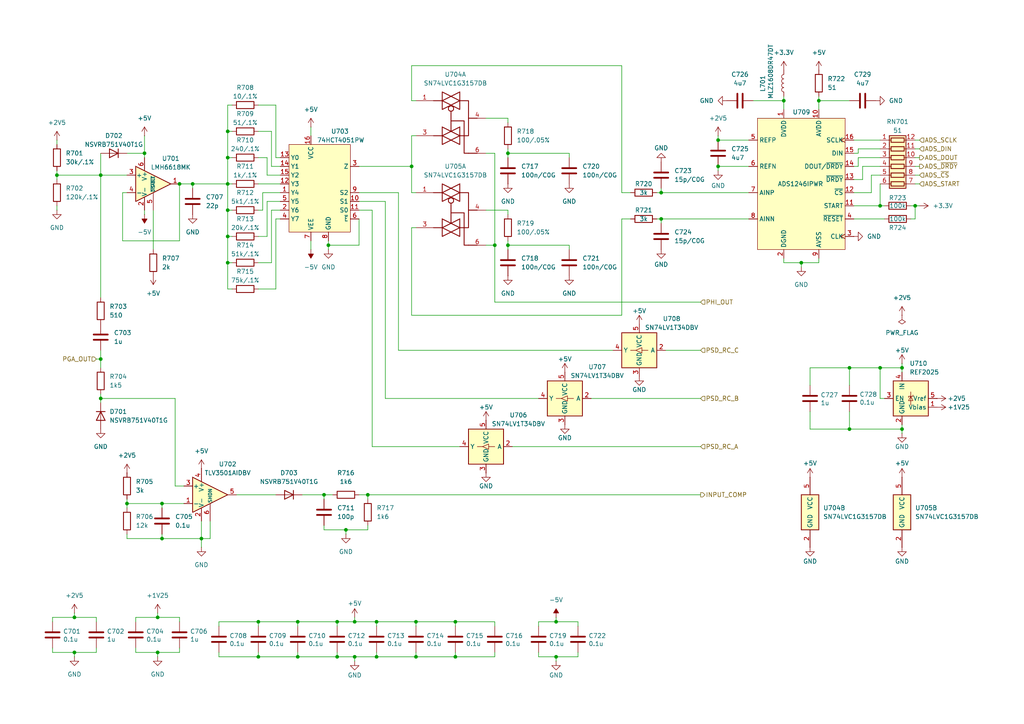
<source format=kicad_sch>
(kicad_sch (version 20231120) (generator "eeschema") (generator_version "8.0")
  (paper "A4")
  (junction (at 255.27 106.68))
  (junction (at 41.91 44.45))
  (junction (at 227.33 29.21))
  (junction (at 261.62 124.46))
  (junction (at 66.04 38.1))
  (junction (at 86.36 180.34))
  (junction (at 86.36 190.5))
  (junction (at 93.98 143.51))
  (junction (at 109.22 190.5))
  (junction (at 97.79 180.34))
  (junction (at 100.33 153.67))
  (junction (at 16.51 50.8))
  (junction (at 45.72 189.23))
  (junction (at 21.59 189.23))
  (junction (at 246.38 124.46))
  (junction (at 255.27 59.69))
  (junction (at 66.04 45.72))
  (junction (at 147.32 71.12))
  (junction (at 143.51 71.12))
  (junction (at 147.32 44.45))
  (junction (at 95.25 71.12))
  (junction (at 74.93 180.34))
  (junction (at 74.93 190.5))
  (junction (at 261.62 106.68))
  (junction (at 97.79 190.5))
  (junction (at 132.08 180.34))
  (junction (at 208.28 48.26))
  (junction (at 102.87 180.34))
  (junction (at 46.99 156.21))
  (junction (at 161.29 180.34))
  (junction (at 66.04 76.2))
  (junction (at 191.77 63.5))
  (junction (at 106.68 143.51))
  (junction (at 55.88 53.34))
  (junction (at 102.87 190.5))
  (junction (at 265.43 59.69))
  (junction (at 232.41 76.2))
  (junction (at 29.21 104.14))
  (junction (at 52.07 53.34))
  (junction (at 237.49 29.21))
  (junction (at 36.83 146.05))
  (junction (at 21.59 179.07))
  (junction (at 66.04 60.96))
  (junction (at 119.38 48.26))
  (junction (at 161.29 190.5))
  (junction (at 120.65 180.34))
  (junction (at 191.77 55.88))
  (junction (at 109.22 180.34))
  (junction (at 246.38 106.68))
  (junction (at 46.99 146.05))
  (junction (at 45.72 179.07))
  (junction (at 132.08 190.5))
  (junction (at 120.65 190.5))
  (junction (at 208.28 40.64))
  (junction (at 66.04 68.58))
  (junction (at 29.21 50.8))
  (junction (at 29.21 115.57))
  (junction (at 58.42 156.21))
  (junction (at 66.04 53.34))
  (wire (pts (xy 106.68 143.51) (xy 104.14 143.51)))
  (wire (pts (xy 95.25 71.12) (xy 95.25 72.39)))
  (wire (pts (xy 66.04 53.34) (xy 67.31 53.34)))
  (wire (pts (xy 80.01 45.72) (xy 80.01 30.48)))
  (wire (pts (xy 140.97 71.12) (xy 143.51 71.12)))
  (wire (pts (xy 161.29 179.07) (xy 161.29 180.34)))
  (wire (pts (xy 102.87 190.5) (xy 102.87 191.77)))
  (wire (pts (xy 78.74 76.2) (xy 74.93 76.2)))
  (wire (pts (xy 76.2 60.96) (xy 74.93 60.96)))
  (wire (pts (xy 15.24 180.34) (xy 15.24 179.07)))
  (wire (pts (xy 234.95 111.76) (xy 234.95 106.68)))
  (wire (pts (xy 66.04 68.58) (xy 67.31 68.58)))
  (wire (pts (xy 15.24 179.07) (xy 21.59 179.07)))
  (wire (pts (xy 237.49 29.21) (xy 237.49 31.75)))
  (wire (pts (xy 261.62 123.19) (xy 261.62 124.46)))
  (wire (pts (xy 104.14 48.26) (xy 119.38 48.26)))
  (wire (pts (xy 97.79 189.23) (xy 97.79 190.5)))
  (wire (pts (xy 147.32 62.23) (xy 147.32 60.96)))
  (wire (pts (xy 66.04 83.82) (xy 66.04 76.2)))
  (wire (pts (xy 53.34 146.05) (xy 46.99 146.05)))
  (wire (pts (xy 81.28 45.72) (xy 80.01 45.72)))
  (wire (pts (xy 248.92 44.45) (xy 247.65 44.45)))
  (wire (pts (xy 167.64 180.34) (xy 167.64 181.61)))
  (wire (pts (xy 29.21 104.14) (xy 29.21 106.68)))
  (wire (pts (xy 102.87 180.34) (xy 97.79 180.34)))
  (wire (pts (xy 147.32 60.96) (xy 140.97 60.96)))
  (wire (pts (xy 86.36 180.34) (xy 74.93 180.34)))
  (wire (pts (xy 255.27 50.8) (xy 252.73 50.8)))
  (wire (pts (xy 29.21 50.8) (xy 29.21 86.36)))
  (wire (pts (xy 148.59 129.54) (xy 203.2 129.54)))
  (wire (pts (xy 156.21 190.5) (xy 156.21 189.23)))
  (wire (pts (xy 237.49 74.93) (xy 237.49 76.2)))
  (wire (pts (xy 147.32 69.85) (xy 147.32 71.12)))
  (wire (pts (xy 80.01 30.48) (xy 74.93 30.48)))
  (wire (pts (xy 227.33 27.94) (xy 227.33 29.21)))
  (wire (pts (xy 261.62 105.41) (xy 261.62 106.68)))
  (wire (pts (xy 161.29 180.34) (xy 167.64 180.34)))
  (wire (pts (xy 115.57 101.6) (xy 177.8 101.6)))
  (wire (pts (xy 237.49 29.21) (xy 246.38 29.21)))
  (wire (pts (xy 115.57 55.88) (xy 115.57 101.6)))
  (wire (pts (xy 165.1 44.45) (xy 165.1 45.72)))
  (wire (pts (xy 255.27 45.72) (xy 248.92 45.72)))
  (wire (pts (xy 106.68 144.78) (xy 106.68 143.51)))
  (wire (pts (xy 190.5 63.5) (xy 191.77 63.5)))
  (wire (pts (xy 21.59 177.8) (xy 21.59 179.07)))
  (wire (pts (xy 167.64 190.5) (xy 161.29 190.5)))
  (wire (pts (xy 119.38 39.37) (xy 119.38 48.26)))
  (wire (pts (xy 50.8 115.57) (xy 29.21 115.57)))
  (wire (pts (xy 147.32 72.39) (xy 147.32 71.12)))
  (wire (pts (xy 247.65 40.64) (xy 255.27 40.64)))
  (wire (pts (xy 66.04 45.72) (xy 67.31 45.72)))
  (wire (pts (xy 104.14 55.88) (xy 115.57 55.88)))
  (wire (pts (xy 16.51 49.53) (xy 16.51 50.8)))
  (wire (pts (xy 120.65 190.5) (xy 132.08 190.5)))
  (wire (pts (xy 81.28 50.8) (xy 77.47 50.8)))
  (wire (pts (xy 39.37 189.23) (xy 39.37 187.96)))
  (wire (pts (xy 255.27 115.57) (xy 256.54 115.57)))
  (wire (pts (xy 266.7 59.69) (xy 265.43 59.69)))
  (wire (pts (xy 107.95 60.96) (xy 104.14 60.96)))
  (wire (pts (xy 248.92 43.18) (xy 255.27 43.18)))
  (wire (pts (xy 27.94 187.96) (xy 27.94 189.23)))
  (wire (pts (xy 120.65 66.04) (xy 119.38 66.04)))
  (wire (pts (xy 63.5 189.23) (xy 63.5 190.5)))
  (wire (pts (xy 76.2 55.88) (xy 76.2 60.96)))
  (wire (pts (xy 248.92 43.18) (xy 248.92 44.45)))
  (wire (pts (xy 29.21 50.8) (xy 16.51 50.8)))
  (wire (pts (xy 45.72 189.23) (xy 45.72 190.5)))
  (wire (pts (xy 27.94 179.07) (xy 27.94 180.34)))
  (wire (pts (xy 21.59 189.23) (xy 15.24 189.23)))
  (wire (pts (xy 218.44 29.21) (xy 227.33 29.21)))
  (wire (pts (xy 180.34 55.88) (xy 182.88 55.88)))
  (wire (pts (xy 143.51 190.5) (xy 143.51 189.23)))
  (wire (pts (xy 81.28 48.26) (xy 78.74 48.26)))
  (wire (pts (xy 104.14 63.5) (xy 104.14 71.12)))
  (wire (pts (xy 77.47 50.8) (xy 77.47 45.72)))
  (wire (pts (xy 63.5 180.34) (xy 63.5 181.61)))
  (wire (pts (xy 132.08 180.34) (xy 120.65 180.34)))
  (wire (pts (xy 193.04 101.6) (xy 203.2 101.6)))
  (wire (pts (xy 78.74 48.26) (xy 78.74 38.1)))
  (wire (pts (xy 104.14 71.12) (xy 95.25 71.12)))
  (wire (pts (xy 250.19 52.07) (xy 247.65 52.07)))
  (wire (pts (xy 107.95 129.54) (xy 107.95 60.96)))
  (wire (pts (xy 191.77 63.5) (xy 191.77 64.77)))
  (wire (pts (xy 265.43 40.64) (xy 266.7 40.64)))
  (wire (pts (xy 246.38 106.68) (xy 255.27 106.68)))
  (wire (pts (xy 41.91 39.37) (xy 41.91 44.45)))
  (wire (pts (xy 180.34 91.44) (xy 180.34 63.5)))
  (wire (pts (xy 66.04 76.2) (xy 67.31 76.2)))
  (wire (pts (xy 265.43 50.8) (xy 266.7 50.8)))
  (wire (pts (xy 120.65 180.34) (xy 120.65 181.61)))
  (wire (pts (xy 86.36 190.5) (xy 97.79 190.5)))
  (wire (pts (xy 36.83 156.21) (xy 46.99 156.21)))
  (wire (pts (xy 255.27 59.69) (xy 256.54 59.69)))
  (wire (pts (xy 16.51 40.64) (xy 16.51 41.91)))
  (wire (pts (xy 248.92 48.26) (xy 247.65 48.26)))
  (wire (pts (xy 66.04 45.72) (xy 66.04 38.1)))
  (wire (pts (xy 119.38 39.37) (xy 120.65 39.37)))
  (wire (pts (xy 44.45 60.96) (xy 44.45 72.39)))
  (wire (pts (xy 66.04 30.48) (xy 67.31 30.48)))
  (wire (pts (xy 109.22 190.5) (xy 120.65 190.5)))
  (wire (pts (xy 81.28 60.96) (xy 78.74 60.96)))
  (wire (pts (xy 119.38 91.44) (xy 180.34 91.44)))
  (wire (pts (xy 246.38 106.68) (xy 246.38 111.76)))
  (wire (pts (xy 208.28 48.26) (xy 217.17 48.26)))
  (wire (pts (xy 119.38 66.04) (xy 119.38 91.44)))
  (wire (pts (xy 256.54 63.5) (xy 247.65 63.5)))
  (wire (pts (xy 261.62 106.68) (xy 261.62 107.95)))
  (wire (pts (xy 29.21 114.3) (xy 29.21 115.57)))
  (wire (pts (xy 120.65 189.23) (xy 120.65 190.5)))
  (wire (pts (xy 46.99 156.21) (xy 58.42 156.21)))
  (wire (pts (xy 191.77 63.5) (xy 217.17 63.5)))
  (wire (pts (xy 167.64 189.23) (xy 167.64 190.5)))
  (wire (pts (xy 86.36 189.23) (xy 86.36 190.5)))
  (wire (pts (xy 68.58 143.51) (xy 80.01 143.51)))
  (wire (pts (xy 78.74 60.96) (xy 78.74 76.2)))
  (wire (pts (xy 147.32 35.56) (xy 147.32 34.29)))
  (wire (pts (xy 161.29 190.5) (xy 161.29 191.77)))
  (wire (pts (xy 66.04 38.1) (xy 66.04 30.48)))
  (wire (pts (xy 16.51 50.8) (xy 16.51 52.07)))
  (wire (pts (xy 232.41 76.2) (xy 232.41 77.47)))
  (wire (pts (xy 246.38 119.38) (xy 246.38 124.46)))
  (wire (pts (xy 45.72 177.8) (xy 45.72 179.07)))
  (wire (pts (xy 147.32 34.29) (xy 140.97 34.29)))
  (wire (pts (xy 227.33 74.93) (xy 227.33 76.2)))
  (wire (pts (xy 27.94 189.23) (xy 21.59 189.23)))
  (wire (pts (xy 74.93 180.34) (xy 63.5 180.34)))
  (wire (pts (xy 66.04 60.96) (xy 66.04 53.34)))
  (wire (pts (xy 35.56 69.85) (xy 52.07 69.85)))
  (wire (pts (xy 132.08 190.5) (xy 132.08 189.23)))
  (wire (pts (xy 180.34 63.5) (xy 182.88 63.5)))
  (wire (pts (xy 109.22 180.34) (xy 102.87 180.34)))
  (wire (pts (xy 95.25 71.12) (xy 95.25 69.85)))
  (wire (pts (xy 248.92 45.72) (xy 248.92 48.26)))
  (wire (pts (xy 41.91 44.45) (xy 41.91 45.72)))
  (wire (pts (xy 78.74 38.1) (xy 74.93 38.1)))
  (wire (pts (xy 36.83 146.05) (xy 46.99 146.05)))
  (wire (pts (xy 93.98 153.67) (xy 100.33 153.67)))
  (wire (pts (xy 66.04 76.2) (xy 66.04 68.58)))
  (wire (pts (xy 147.32 45.72) (xy 147.32 44.45)))
  (wire (pts (xy 208.28 40.64) (xy 217.17 40.64)))
  (wire (pts (xy 53.34 140.97) (xy 50.8 140.97)))
  (wire (pts (xy 119.38 29.21) (xy 119.38 19.05)))
  (wire (pts (xy 60.96 151.13) (xy 60.96 156.21)))
  (wire (pts (xy 120.65 55.88) (xy 119.38 55.88)))
  (wire (pts (xy 66.04 60.96) (xy 67.31 60.96)))
  (wire (pts (xy 35.56 55.88) (xy 35.56 69.85)))
  (wire (pts (xy 102.87 179.07) (xy 102.87 180.34)))
  (wire (pts (xy 81.28 63.5) (xy 80.01 63.5)))
  (wire (pts (xy 265.43 59.69) (xy 265.43 63.5)))
  (wire (pts (xy 58.42 156.21) (xy 58.42 158.75)))
  (wire (pts (xy 39.37 180.34) (xy 39.37 179.07)))
  (wire (pts (xy 29.21 50.8) (xy 36.83 50.8)))
  (wire (pts (xy 265.43 45.72) (xy 266.7 45.72)))
  (wire (pts (xy 36.83 44.45) (xy 41.91 44.45)))
  (wire (pts (xy 45.72 189.23) (xy 39.37 189.23)))
  (wire (pts (xy 97.79 180.34) (xy 86.36 180.34)))
  (wire (pts (xy 58.42 151.13) (xy 58.42 156.21)))
  (wire (pts (xy 52.07 53.34) (xy 55.88 53.34)))
  (wire (pts (xy 29.21 115.57) (xy 29.21 116.84)))
  (wire (pts (xy 29.21 101.6) (xy 29.21 104.14)))
  (wire (pts (xy 97.79 190.5) (xy 102.87 190.5)))
  (wire (pts (xy 74.93 190.5) (xy 86.36 190.5)))
  (wire (pts (xy 16.51 59.69) (xy 16.51 60.96)))
  (wire (pts (xy 21.59 189.23) (xy 21.59 190.5)))
  (wire (pts (xy 66.04 53.34) (xy 55.88 53.34)))
  (wire (pts (xy 255.27 53.34) (xy 255.27 59.69)))
  (wire (pts (xy 100.33 153.67) (xy 100.33 154.94)))
  (wire (pts (xy 50.8 115.57) (xy 50.8 140.97)))
  (wire (pts (xy 147.32 71.12) (xy 165.1 71.12)))
  (wire (pts (xy 234.95 124.46) (xy 234.95 119.38)))
  (wire (pts (xy 74.93 189.23) (xy 74.93 190.5)))
  (wire (pts (xy 81.28 58.42) (xy 77.47 58.42)))
  (wire (pts (xy 119.38 19.05) (xy 180.34 19.05)))
  (wire (pts (xy 119.38 48.26) (xy 119.38 55.88)))
  (wire (pts (xy 250.19 48.26) (xy 250.19 52.07)))
  (wire (pts (xy 143.51 71.12) (xy 143.51 87.63)))
  (wire (pts (xy 21.59 179.07) (xy 27.94 179.07)))
  (wire (pts (xy 77.47 68.58) (xy 74.93 68.58)))
  (wire (pts (xy 265.43 48.26) (xy 266.7 48.26)))
  (wire (pts (xy 36.83 55.88) (xy 35.56 55.88)))
  (wire (pts (xy 90.17 36.83) (xy 90.17 39.37)))
  (wire (pts (xy 55.88 53.34) (xy 55.88 54.61)))
  (wire (pts (xy 74.93 53.34) (xy 81.28 53.34)))
  (wire (pts (xy 46.99 146.05) (xy 46.99 147.32)))
  (wire (pts (xy 252.73 55.88) (xy 247.65 55.88)))
  (wire (pts (xy 45.72 179.07) (xy 52.07 179.07)))
  (wire (pts (xy 90.17 69.85) (xy 90.17 72.39)))
  (wire (pts (xy 191.77 54.61) (xy 191.77 55.88)))
  (wire (pts (xy 109.22 189.23) (xy 109.22 190.5)))
  (wire (pts (xy 180.34 19.05) (xy 180.34 55.88)))
  (wire (pts (xy 77.47 58.42) (xy 77.47 68.58)))
  (wire (pts (xy 87.63 143.51) (xy 93.98 143.51)))
  (wire (pts (xy 93.98 152.4) (xy 93.98 153.67)))
  (wire (pts (xy 265.43 43.18) (xy 266.7 43.18)))
  (wire (pts (xy 261.62 124.46) (xy 246.38 124.46)))
  (wire (pts (xy 190.5 55.88) (xy 191.77 55.88)))
  (wire (pts (xy 58.42 156.21) (xy 60.96 156.21)))
  (wire (pts (xy 81.28 55.88) (xy 76.2 55.88)))
  (wire (pts (xy 15.24 189.23) (xy 15.24 187.96)))
  (wire (pts (xy 63.5 190.5) (xy 74.93 190.5)))
  (wire (pts (xy 106.68 143.51) (xy 203.2 143.51)))
  (wire (pts (xy 255.27 106.68) (xy 261.62 106.68)))
  (wire (pts (xy 74.93 180.34) (xy 74.93 181.61)))
  (wire (pts (xy 191.77 55.88) (xy 217.17 55.88)))
  (wire (pts (xy 143.51 180.34) (xy 132.08 180.34)))
  (wire (pts (xy 107.95 129.54) (xy 133.35 129.54)))
  (wire (pts (xy 255.27 106.68) (xy 255.27 115.57)))
  (wire (pts (xy 227.33 76.2) (xy 232.41 76.2)))
  (wire (pts (xy 93.98 143.51) (xy 96.52 143.51)))
  (wire (pts (xy 252.73 50.8) (xy 252.73 55.88)))
  (wire (pts (xy 111.76 115.57) (xy 156.21 115.57)))
  (wire (pts (xy 52.07 69.85) (xy 52.07 53.34)))
  (wire (pts (xy 97.79 180.34) (xy 97.79 181.61)))
  (wire (pts (xy 46.99 154.94) (xy 46.99 156.21)))
  (wire (pts (xy 255.27 59.69) (xy 247.65 59.69)))
  (wire (pts (xy 66.04 53.34) (xy 66.04 45.72)))
  (wire (pts (xy 67.31 83.82) (xy 66.04 83.82)))
  (wire (pts (xy 80.01 83.82) (xy 74.93 83.82)))
  (wire (pts (xy 156.21 180.34) (xy 161.29 180.34)))
  (wire (pts (xy 143.51 87.63) (xy 203.2 87.63)))
  (wire (pts (xy 77.47 45.72) (xy 74.93 45.72)))
  (wire (pts (xy 255.27 48.26) (xy 250.19 48.26)))
  (wire (pts (xy 41.91 60.96) (xy 41.91 62.23)))
  (wire (pts (xy 39.37 179.07) (xy 45.72 179.07)))
  (wire (pts (xy 111.76 58.42) (xy 111.76 115.57)))
  (wire (pts (xy 106.68 152.4) (xy 106.68 153.67)))
  (wire (pts (xy 104.14 58.42) (xy 111.76 58.42)))
  (wire (pts (xy 246.38 124.46) (xy 234.95 124.46)))
  (wire (pts (xy 86.36 180.34) (xy 86.36 181.61)))
  (wire (pts (xy 143.51 181.61) (xy 143.51 180.34)))
  (wire (pts (xy 120.65 29.21) (xy 119.38 29.21)))
  (wire (pts (xy 109.22 180.34) (xy 109.22 181.61)))
  (wire (pts (xy 52.07 179.07) (xy 52.07 180.34)))
  (wire (pts (xy 237.49 27.94) (xy 237.49 29.21)))
  (wire (pts (xy 120.65 180.34) (xy 109.22 180.34)))
  (wire (pts (xy 132.08 190.5) (xy 143.51 190.5)))
  (wire (pts (xy 66.04 38.1) (xy 67.31 38.1)))
  (wire (pts (xy 161.29 190.5) (xy 156.21 190.5)))
  (wire (pts (xy 232.41 76.2) (xy 237.49 76.2)))
  (wire (pts (xy 66.04 68.58) (xy 66.04 60.96)))
  (wire (pts (xy 208.28 39.37) (xy 208.28 40.64)))
  (wire (pts (xy 143.51 71.12) (xy 143.51 44.45)))
  (wire (pts (xy 171.45 115.57) (xy 203.2 115.57)))
  (wire (pts (xy 234.95 106.68) (xy 246.38 106.68)))
  (wire (pts (xy 80.01 63.5) (xy 80.01 83.82)))
  (wire (pts (xy 93.98 143.51) (xy 93.98 144.78)))
  (wire (pts (xy 265.43 63.5) (xy 264.16 63.5)))
  (wire (pts (xy 147.32 44.45) (xy 165.1 44.45)))
  (wire (pts (xy 52.07 187.96) (xy 52.07 189.23)))
  (wire (pts (xy 52.07 189.23) (xy 45.72 189.23)))
  (wire (pts (xy 29.21 44.45) (xy 29.21 50.8)))
  (wire (pts (xy 27.94 104.14) (xy 29.21 104.14)))
  (wire (pts (xy 165.1 71.12) (xy 165.1 72.39)))
  (wire (pts (xy 36.83 147.32) (xy 36.83 146.05)))
  (wire (pts (xy 227.33 29.21) (xy 227.33 31.75)))
  (wire (pts (xy 147.32 43.18) (xy 147.32 44.45)))
  (wire (pts (xy 36.83 154.94) (xy 36.83 156.21)))
  (wire (pts (xy 208.28 48.26) (xy 208.28 49.53)))
  (wire (pts (xy 265.43 53.34) (xy 266.7 53.34)))
  (wire (pts (xy 132.08 181.61) (xy 132.08 180.34)))
  (wire (pts (xy 265.43 59.69) (xy 264.16 59.69)))
  (wire (pts (xy 261.62 124.46) (xy 261.62 125.73)))
  (wire (pts (xy 143.51 44.45) (xy 140.97 44.45)))
  (wire (pts (xy 102.87 190.5) (xy 109.22 190.5)))
  (wire (pts (xy 36.83 144.78) (xy 36.83 146.05)))
  (wire (pts (xy 156.21 181.61) (xy 156.21 180.34)))
  (wire (pts (xy 100.33 153.67) (xy 106.68 153.67)))
  (hierarchical_label "PHI_OUT" (shape input) (at 203.2 87.63 0))
  (hierarchical_label "PGA_OUT" (shape input) (at 27.94 104.14 180))
  (hierarchical_label "ADS_~{CS}" (shape input) (at 266.7 50.8 0))
  (hierarchical_label "ADS_DOUT" (shape output) (at 266.7 45.72 0))
  (hierarchical_label "ADS_~{DRDY}" (shape output) (at 266.7 48.26 0))
  (hierarchical_label "INPUT_COMP" (shape output) (at 203.2 143.51 0))
  (hierarchical_label "PSD_RC_C" (shape input) (at 203.2 101.6 0))
  (hierarchical_label "ADS_START" (shape input) (at 266.7 53.34 0))
  (hierarchical_label "PSD_RC_A" (shape input) (at 203.2 129.54 0))
  (hierarchical_label "ADS_DIN" (shape input) (at 266.7 43.18 0))
  (hierarchical_label "ADS_SCLK" (shape input) (at 266.7 40.64 0))
  (hierarchical_label "PSD_RC_B" (shape input) (at 203.2 115.57 0))
  (symbol (lib_id "Device:R") (at 44.45 76.2 0) (unit 1)
    (property "Reference" "R707" (at 46.99 74.9299 0) (effects (justify left)))
    (property "Value" "2k" (at 46.99 77.4699 0) (effects (justify left)))
    (property "Footprint" "Resistor_SMD:R_0603_1608Metric_Pad0.98x0.95mm_HandSolder" (effects (hide yes)))
    (property "Description" "Resistor" (effects (hide yes)))
  )
  (symbol (lib_id "power:GND") (at 161.29 191.77 0) (unit 1)
    (property "Reference" "#PWR0726" (effects (hide yes)))
    (property "Value" "GND" (at 161.29 195.834 0))
    (property "Description" "Power symbol creates a global label with name \"GND\" , ground" (effects (hide yes)))
  )
  (symbol (lib_id "Device:R") (at 71.12 60.96 90) (unit 1)
    (property "Reference" "R712" (at 71.12 55.88 90))
    (property "Value" "5k1/.1%" (at 71.12 58.42 90))
    (property "Footprint" "Resistor_SMD:R_0603_1608Metric_Pad0.98x0.95mm_HandSolder" (effects (hide yes)))
    (property "Description" "Resistor" (effects (hide yes)))
  )
  (symbol (lib_id "power:GND") (at 191.77 72.39 0) (unit 1)
    (property "Reference" "#PWR0734" (effects (hide yes)))
    (property "Value" "GND" (at 191.77 76.708 0))
    (property "Description" "Power symbol creates a global label with name \"GND\" , ground" (effects (hide yes)))
  )
  (symbol (lib_id "74xGxx:74LVC1G3157") (at 130.81 34.29 0) (mirror y) (unit 1)
    (property "Reference" "U704" (at 132.08 21.59 0))
    (property "Value" "SN74LVC1G3157DB" (at 132.08 24.13 0))
    (property "Footprint" "Package_TO_SOT_SMD:SOT-23-6_Handsoldering" (effects (hide yes)))
    (property "Datasheet" "http://www.ti.com/lit/sg/scyt129e/scyt129e.pdf" (effects (hide yes)))
    (property "Description" "SPDT Analog Switch, Low-Voltage CMOS" (effects (hide yes)))
  )
  (symbol (lib_id "Device:C") (at 15.24 184.15 0) (unit 1)
    (property "Reference" "C701" (at 18.288 183.134 0) (effects (justify left)))
    (property "Value" "0.1u" (at 18.288 185.4454 0) (effects (justify left)))
    (property "Footprint" "Capacitor_SMD:C_0603_1608Metric_Pad1.08x0.95mm_HandSolder" (effects (hide yes)))
  )
  (symbol (lib_id "power:+5V") (at 261.62 138.43 0) (unit 1)
    (property "Reference" "#PWR0748" (effects (hide yes)))
    (property "Value" "+5V" (at 261.62 134.366 0))
    (property "Description" "Power symbol creates a global label with name \"+5V\"" (effects (hide yes)))
  )
  (symbol (lib_id "ETH1LCR3:+1V25") (at 45.72 177.8 0) (unit 1)
    (property "Reference" "#PWR0710" (effects (hide yes)))
    (property "Value" "+1V25" (at 45.72 172.72 0))
  )
  (symbol (lib_id "power:+3.3V") (at 266.7 59.69 270) (unit 1)
    (property "Reference" "#PWR0750" (effects (hide yes)))
    (property "Value" "+3.3V" (at 270.51 59.6899 90) (effects (justify left)))
    (property "Description" "Power symbol creates a global label with name \"+3.3V\"" (effects (hide yes)))
  )
  (symbol (lib_id "74xGxx:74LVC1G3157") (at 234.95 148.59 0) (unit 2)
    (property "Reference" "U704" (at 238.76 147.3199 0) (effects (justify left)))
    (property "Value" "SN74LVC1G3157DB" (at 238.76 149.8599 0) (effects (justify left)))
    (property "Footprint" "Package_TO_SOT_SMD:SOT-23-6_Handsoldering" (effects (hide yes)))
    (property "Datasheet" "http://www.ti.com/lit/sg/scyt129e/scyt129e.pdf" (effects (hide yes)))
    (property "Description" "SPDT Analog Switch, Low-Voltage CMOS" (effects (hide yes)))
  )
  (symbol (lib_id "Device:R") (at 106.68 148.59 180) (unit 1)
    (property "Reference" "R717" (at 109.22 147.3199 0) (effects (justify right)))
    (property "Value" "1k6" (at 109.22 149.8599 0) (effects (justify right)))
    (property "Footprint" "Resistor_SMD:R_0603_1608Metric_Pad0.98x0.95mm_HandSolder" (effects (hide yes)))
    (property "Description" "Resistor" (effects (hide yes)))
  )
  (symbol (lib_id "Device:C") (at 29.21 97.79 0) (unit 1)
    (property "Reference" "C703" (at 33.02 96.5199 0) (effects (justify left)))
    (property "Value" "1u" (at 33.02 99.0599 0) (effects (justify left)))
    (property "Footprint" "Capacitor_SMD:C_0603_1608Metric_Pad1.08x0.95mm_HandSolder" (effects (hide yes)))
    (property "Description" "Unpolarized capacitor" (effects (hide yes)))
  )
  (symbol (lib_id "power:GND") (at 261.62 158.75 0) (unit 1)
    (property "Reference" "#PWR0749" (effects (hide yes)))
    (property "Value" "GND" (at 261.62 162.814 0))
    (property "Description" "Power symbol creates a global label with name \"GND\" , ground" (effects (hide yes)))
  )
  (symbol (lib_id "power:+5V") (at 237.49 20.32 0) (unit 1)
    (property "Reference" "#PWR0742" (effects (hide yes)))
    (property "Value" "+5V" (at 237.49 15.24 0))
    (property "Description" "Power symbol creates a global label with name \"+5V\"" (effects (hide yes)))
  )
  (symbol (lib_id "Device:R") (at 71.12 30.48 90) (unit 1)
    (property "Reference" "R708" (at 71.12 25.4 90))
    (property "Value" "10/.1%" (at 71.12 27.94 90))
    (property "Footprint" "Resistor_SMD:R_0603_1608Metric_Pad0.98x0.95mm_HandSolder" (effects (hide yes)))
    (property "Description" "Resistor" (effects (hide yes)))
  )
  (symbol (lib_id "Reference_Voltage:REF2025") (at 264.16 115.57 0) (unit 1)
    (property "Reference" "U710" (at 263.8141 105.41 0) (effects (justify left)))
    (property "Value" "REF2025" (at 263.8141 107.95 0) (effects (justify left)))
    (property "Footprint" "Package_TO_SOT_SMD:SOT-23-5" (effects (hide yes)))
    (property "Datasheet" "https://www.ti.com/lit/ds/symlink/ref2033.pdf" (effects (hide yes)))
    (property "Description" "2.5V Low-Drift, Low-Power, Dual-Output, VREF and VREF / 2 Voltage Reference, SOT-23-5" (effects (hide yes)))
  )
  (symbol (lib_id "power:GND") (at 165.1 53.34 0) (unit 1)
    (property "Reference" "#PWR0729" (effects (hide yes)))
    (property "Value" "GND" (at 165.1 58.42 0))
    (property "Description" "Power symbol creates a global label with name \"GND\" , ground" (effects (hide yes)))
  )
  (symbol (lib_id "power:+5V") (at 41.91 39.37 0) (unit 1)
    (property "Reference" "#PWR0707" (effects (hide yes)))
    (property "Value" "+5V" (at 41.91 34.29 0))
    (property "Description" "Power symbol creates a global label with name \"+5V\"" (effects (hide yes)))
  )
  (symbol (lib_id "power:GND") (at 45.72 190.5 0) (unit 1)
    (property "Reference" "#PWR0711" (effects (hide yes)))
    (property "Value" "GND" (at 45.72 195.58 0))
    (property "Description" "Power symbol creates a global label with name \"GND\" , ground" (effects (hide yes)))
  )
  (symbol (lib_id "Device:C") (at 39.37 184.15 0) (unit 1)
    (property "Reference" "C704" (at 42.418 183.134 0) (effects (justify left)))
    (property "Value" "0.1u" (at 42.418 185.4454 0) (effects (justify left)))
    (property "Footprint" "Capacitor_SMD:C_0603_1608Metric_Pad1.08x0.95mm_HandSolder" (effects (hide yes)))
  )
  (symbol (lib_id "74xGxx:74LVC1G3157") (at 261.62 148.59 0) (unit 2)
    (property "Reference" "U705" (at 265.43 147.3199 0) (effects (justify left)))
    (property "Value" "SN74LVC1G3157DB" (at 265.43 149.8599 0) (effects (justify left)))
    (property "Footprint" "Package_TO_SOT_SMD:SOT-23-6_Handsoldering" (effects (hide yes)))
    (property "Datasheet" "http://www.ti.com/lit/sg/scyt129e/scyt129e.pdf" (effects (hide yes)))
    (property "Description" "SPDT Analog Switch, Low-Voltage CMOS" (effects (hide yes)))
  )
  (symbol (lib_id "Device:R") (at 186.69 63.5 90) (unit 1)
    (property "Reference" "R721" (at 186.69 60.96 90))
    (property "Value" "3k" (at 186.69 63.5 90))
    (property "Footprint" "Resistor_SMD:R_0603_1608Metric_Pad0.98x0.95mm_HandSolder" (effects (hide yes)))
    (property "Description" "Resistor" (effects (hide yes)))
  )
  (symbol (lib_id "power:+5V") (at 261.62 105.41 0) (unit 1)
    (property "Reference" "#PWR0746" (effects (hide yes)))
    (property "Value" "+5V" (at 261.62 101.6 0))
    (property "Description" "Power symbol creates a global label with name \"+5V\"" (effects (hide yes)))
  )
  (symbol (lib_id "power:+2V5") (at 36.83 137.16 0) (unit 1)
    (property "Reference" "#PWR0706" (effects (hide yes)))
    (property "Value" "+2V5" (at 36.83 132.08 0))
    (property "Description" "Power symbol creates a global label with name \"+2V5\"" (effects (hide yes)))
  )
  (symbol (lib_id "Device:R") (at 71.12 68.58 90) (unit 1)
    (property "Reference" "R713" (at 71.12 63.5 90))
    (property "Value" "20k/.1%" (at 71.12 66.04 90))
    (property "Footprint" "Resistor_SMD:R_0603_1608Metric_Pad0.98x0.95mm_HandSolder" (effects (hide yes)))
    (property "Description" "Resistor" (effects (hide yes)))
  )
  (symbol (lib_id "power:GND") (at 232.41 77.47 0) (unit 1)
    (property "Reference" "#PWR0739" (effects (hide yes)))
    (property "Value" "GND" (at 232.41 82.55 0))
    (property "Description" "Power symbol creates a global label with name \"GND\" , ground" (effects (hide yes)))
  )
  (symbol (lib_id "power:GND") (at 21.59 190.5 0) (unit 1)
    (property "Reference" "#PWR0704" (effects (hide yes)))
    (property "Value" "GND" (at 21.59 195.58 0))
    (property "Description" "Power symbol creates a global label with name \"GND\" , ground" (effects (hide yes)))
  )
  (symbol (lib_id "power:GND") (at 261.62 125.73 0) (unit 1)
    (property "Reference" "#PWR0747" (effects (hide yes)))
    (property "Value" "GND" (at 261.62 129.54 0))
    (property "Description" "Power symbol creates a global label with name \"GND\" , ground" (effects (hide yes)))
  )
  (symbol (lib_id "power:+5V") (at 163.83 107.95 0) (unit 1)
    (property "Reference" "#PWR0727" (effects (hide yes)))
    (property "Value" "+5V" (at 163.83 104.14 0))
    (property "Description" "Power symbol creates a global label with name \"+5V\"" (effects (hide yes)))
  )
  (symbol (lib_id "Device:C") (at 120.65 185.42 0) (unit 1)
    (property "Reference" "C714" (at 123.698 184.404 0) (effects (justify left)))
    (property "Value" "0.1u" (at 123.698 186.7154 0) (effects (justify left)))
    (property "Footprint" "Capacitor_SMD:C_0603_1608Metric_Pad1.08x0.95mm_HandSolder" (effects (hide yes)))
  )
  (symbol (lib_id "power:GND") (at 55.88 62.23 0) (unit 1)
    (property "Reference" "#PWR0712" (effects (hide yes)))
    (property "Value" "GND" (at 55.88 67.31 0))
    (property "Description" "Power symbol creates a global label with name \"GND\" , ground" (effects (hide yes)))
  )
  (symbol (lib_id "Device:R") (at 36.83 140.97 0) (unit 1)
    (property "Reference" "R705" (at 39.37 139.6999 0) (effects (justify left)))
    (property "Value" "3k" (at 39.37 142.2399 0) (effects (justify left)))
    (property "Footprint" "Resistor_SMD:R_0603_1608Metric_Pad0.98x0.95mm_HandSolder" (effects (hide yes)))
    (property "Description" "Resistor" (effects (hide yes)))
  )
  (symbol (lib_id "power:+2V5") (at 208.28 39.37 0) (unit 1)
    (property "Reference" "#PWR0735" (effects (hide yes)))
    (property "Value" "+2V5" (at 208.28 34.29 0))
    (property "Description" "Power symbol creates a global label with name \"+2V5\"" (effects (hide yes)))
  )
  (symbol (lib_id "Device:R") (at 147.32 39.37 0) (unit 1)
    (property "Reference" "R718" (at 149.86 38.0999 0) (effects (justify left)))
    (property "Value" "100/.05%" (at 149.86 40.6399 0) (effects (justify left)))
    (property "Footprint" "Resistor_SMD:R_0603_1608Metric_Pad0.98x0.95mm_HandSolder" (effects (hide yes)))
    (property "Description" "Resistor" (effects (hide yes)))
  )
  (symbol (lib_id "power:+2V5") (at 261.62 91.44 0) (unit 1)
    (property "Reference" "#PWR0745" (effects (hide yes)))
    (property "Value" "+2V5" (at 261.62 86.36 0))
    (property "Description" "Power symbol creates a global label with name \"+2V5\"" (effects (hide yes)))
  )
  (symbol (lib_id "power:GND") (at 102.87 191.77 0) (unit 1)
    (property "Reference" "#PWR0720" (effects (hide yes)))
    (property "Value" "GND" (at 102.87 195.834 0))
    (property "Description" "Power symbol creates a global label with name \"GND\" , ground" (effects (hide yes)))
  )
  (symbol (lib_id "Device:C") (at 97.79 185.42 0) (unit 1)
    (property "Reference" "C712" (at 100.838 184.404 0) (effects (justify left)))
    (property "Value" "0.1u" (at 100.838 186.7154 0) (effects (justify left)))
    (property "Footprint" "Capacitor_SMD:C_0603_1608Metric_Pad1.08x0.95mm_HandSolder" (effects (hide yes)))
  )
  (symbol (lib_id "power:GND") (at 185.42 109.22 0) (unit 1)
    (property "Reference" "#PWR0732" (effects (hide yes)))
    (property "Value" "GND" (at 185.42 113.03 0))
    (property "Description" "Power symbol creates a global label with name \"GND\" , ground" (effects (hide yes)))
  )
  (symbol (lib_id "power:GND") (at 247.65 68.58 90) (unit 1)
    (property "Reference" "#PWR0743" (effects (hide yes)))
    (property "Value" "GND" (at 251.46 68.5799 90) (effects (justify right)))
    (property "Description" "Power symbol creates a global label with name \"GND\" , ground" (effects (hide yes)))
  )
  (symbol (lib_id "Device:R") (at 16.51 45.72 0) (unit 1)
    (property "Reference" "R701" (at 19.05 44.4499 0) (effects (justify left)))
    (property "Value" "30k/.1%" (at 19.05 46.9899 0) (effects (justify left)))
    (property "Footprint" "Resistor_SMD:R_0603_1608Metric_Pad0.98x0.95mm_HandSolder" (effects (hide yes)))
    (property "Description" "Resistor" (effects (hide yes)))
  )
  (symbol (lib_id "power:+5V") (at 234.95 138.43 0) (unit 1)
    (property "Reference" "#PWR0740" (effects (hide yes)))
    (property "Value" "+5V" (at 234.95 134.366 0))
    (property "Description" "Power symbol creates a global label with name \"+5V\"" (effects (hide yes)))
  )
  (symbol (lib_id "power:GND") (at 100.33 154.94 0) (unit 1)
    (property "Reference" "#PWR0718" (effects (hide yes)))
    (property "Value" "GND" (at 100.33 160.02 0))
    (property "Description" "Power symbol creates a global label with name \"GND\" , ground" (effects (hide yes)))
  )
  (symbol (lib_id "Device:C") (at 191.77 68.58 0) (unit 1)
    (property "Reference" "C724" (at 195.58 67.3099 0) (effects (justify left)))
    (property "Value" "15p/C0G" (at 195.58 69.8499 0) (effects (justify left)))
    (property "Description" "Unpolarized capacitor" (effects (hide yes)))
  )
  (symbol (lib_id "Device:L") (at 227.33 24.13 180) (unit 1)
    (property "Reference" "L701" (at 221.234 26.67 90) (effects (justify right)))
    (property "Value" "MLZ1608DR47DT" (at 223.52 28.702 90) (effects (justify right)))
    (property "Footprint" "Inductor_SMD:L_0603_1608Metric_Pad1.05x0.95mm_HandSolder" (effects (hide yes)))
    (property "Description" "Inductor" (effects (hide yes)))
  )
  (symbol (lib_id "Device:R") (at 71.12 76.2 90) (unit 1)
    (property "Reference" "R714" (at 71.12 71.12 90))
    (property "Value" "51k/.1%" (at 71.12 73.66 90))
    (property "Footprint" "Resistor_SMD:R_0603_1608Metric_Pad0.98x0.95mm_HandSolder" (effects (hide yes)))
    (property "Description" "Resistor" (effects (hide yes)))
  )
  (symbol (lib_id "Device:C") (at 63.5 185.42 0) (unit 1)
    (property "Reference" "C708" (at 66.548 184.404 0) (effects (justify left)))
    (property "Value" "0.1u" (at 66.548 186.7154 0) (effects (justify left)))
    (property "Footprint" "Capacitor_SMD:C_0603_1608Metric_Pad1.08x0.95mm_HandSolder" (effects (hide yes)))
  )
  (symbol (lib_id "power:+2V5") (at 16.51 40.64 0) (unit 1)
    (property "Reference" "#PWR0701" (effects (hide yes)))
    (property "Value" "+2V5" (at 16.51 35.56 0))
    (property "Description" "Power symbol creates a global label with name \"+2V5\"" (effects (hide yes)))
  )
  (symbol (lib_id "Device:R") (at 147.32 66.04 0) (unit 1)
    (property "Reference" "R719" (at 149.86 64.7699 0) (effects (justify left)))
    (property "Value" "100/.05%" (at 149.86 67.3099 0) (effects (justify left)))
    (property "Footprint" "Resistor_SMD:R_0603_1608Metric_Pad0.98x0.95mm_HandSolder" (effects (hide yes)))
    (property "Description" "Resistor" (effects (hide yes)))
  )
  (symbol (lib_id "Device:C") (at 27.94 184.15 0) (unit 1)
    (property "Reference" "C702" (at 30.988 183.134 0) (effects (justify left)))
    (property "Value" "1u" (at 30.988 185.4454 0) (effects (justify left)))
    (property "Footprint" "Capacitor_SMD:C_0603_1608Metric_Pad1.08x0.95mm_HandSolder" (effects (hide yes)))
  )
  (symbol (lib_id "Device:C") (at 109.22 185.42 0) (unit 1)
    (property "Reference" "C713" (at 112.268 184.404 0) (effects (justify left)))
    (property "Value" "0.1u" (at 112.268 186.7154 0) (effects (justify left)))
    (property "Footprint" "Capacitor_SMD:C_0603_1608Metric_Pad1.08x0.95mm_HandSolder" (effects (hide yes)))
  )
  (symbol (lib_id "power:GND") (at 234.95 158.75 0) (unit 1)
    (property "Reference" "#PWR0741" (effects (hide yes)))
    (property "Value" "GND" (at 234.95 162.814 0))
    (property "Description" "Power symbol creates a global label with name \"GND\" , ground" (effects (hide yes)))
  )
  (symbol (lib_id "power:GND") (at 165.1 80.01 0) (unit 1)
    (property "Reference" "#PWR0730" (effects (hide yes)))
    (property "Value" "GND" (at 165.1 85.09 0))
    (property "Description" "Power symbol creates a global label with name \"GND\" , ground" (effects (hide yes)))
  )
  (symbol (lib_id "Device:C") (at 214.63 29.21 90) (unit 1)
    (property "Reference" "C726" (at 214.63 21.59 90))
    (property "Value" "4u7" (at 214.63 24.13 90))
    (property "Description" "Unpolarized capacitor" (effects (hide yes)))
  )
  (symbol (lib_id "Device:C") (at 46.99 151.13 0) (unit 1)
    (property "Reference" "C705" (at 50.8 149.8599 0) (effects (justify left)))
    (property "Value" "0.1u" (at 50.8 152.3999 0) (effects (justify left)))
    (property "Footprint" "Capacitor_SMD:C_0603_1608Metric_Pad1.08x0.95mm_HandSolder" (effects (hide yes)))
    (property "Description" "Unpolarized capacitor" (effects (hide yes)))
  )
  (symbol (lib_id "power:+5V") (at 44.45 80.01 180) (unit 1)
    (property "Reference" "#PWR0709" (effects (hide yes)))
    (property "Value" "+5V" (at 44.45 85.09 0))
    (property "Description" "Power symbol creates a global label with name \"+5V\"" (effects (hide yes)))
  )
  (symbol (lib_id "Device:C") (at 250.19 29.21 90) (unit 1)
    (property "Reference" "C729" (at 250.19 21.59 90))
    (property "Value" "4u7" (at 250.19 24.13 90))
    (property "Description" "Unpolarized capacitor" (effects (hide yes)))
  )
  (symbol (lib_id "Device:R") (at 71.12 45.72 90) (unit 1)
    (property "Reference" "R710" (at 71.12 40.64 90))
    (property "Value" "240/.1%" (at 71.12 43.18 90))
    (property "Footprint" "Resistor_SMD:R_0603_1608Metric_Pad0.98x0.95mm_HandSolder" (effects (hide yes)))
    (property "Description" "Resistor" (effects (hide yes)))
  )
  (symbol (lib_id "Comparator:TLV3501AIDBV") (at 60.96 143.51 0) (unit 1)
    (property "Reference" "U702" (at 66.04 134.62 0))
    (property "Value" "TLV3501AIDBV" (at 66.04 137.16 0))
    (property "Footprint" "Package_TO_SOT_SMD:SOT-23-6" (effects (hide yes)))
    (property "Datasheet" "https://www.ti.com/lit/ds/symlink/tlv3501.pdf" (effects (hide yes)))
    (property "Description" "High-Speed Comparator, 4.5-ns, Rail-to-Rail, Push-Pull CMOS Output, SOT-23-6" (effects (hide yes)))
  )
  (symbol (lib_id "power:GND") (at 191.77 46.99 180) (unit 1)
    (property "Reference" "#PWR0733" (effects (hide yes)))
    (property "Value" "GND" (at 191.77 42.926 0))
    (property "Description" "Power symbol creates a global label with name \"GND\" , ground" (effects (hide yes)))
  )
  (symbol (lib_id "power:PWR_FLAG") (at 261.62 91.44 180) (unit 1)
    (property "Reference" "#FLG0701" (effects (hide yes)))
    (property "Value" "PWR_FLAG" (at 261.62 96.52 0))
    (property "Description" "Special symbol for telling ERC where power comes from" (effects (hide yes)))
  )
  (symbol (lib_id "Device:R") (at 71.12 53.34 90) (unit 1)
    (property "Reference" "R711" (at 71.12 48.26 90))
    (property "Value" "1k/.1%" (at 71.12 50.8 90))
    (property "Footprint" "Resistor_SMD:R_0603_1608Metric_Pad0.98x0.95mm_HandSolder" (effects (hide yes)))
    (property "Description" "Resistor" (effects (hide yes)))
  )
  (symbol (lib_id "Device:R") (at 16.51 55.88 0) (unit 1)
    (property "Reference" "R702" (at 19.05 54.6099 0) (effects (justify left)))
    (property "Value" "120k/.1%" (at 19.05 57.1499 0) (effects (justify left)))
    (property "Footprint" "Resistor_SMD:R_0603_1608Metric_Pad0.98x0.95mm_HandSolder" (effects (hide yes)))
    (property "Description" "Resistor" (effects (hide yes)))
  )
  (symbol (lib_id "power:-5V") (at 161.29 179.07 0) (unit 1)
    (property "Reference" "#PWR0725" (effects (hide yes)))
    (property "Value" "-5V" (at 161.29 173.99 0))
    (property "Description" "Power symbol creates a global label with name \"-5V\"" (effects (hide yes)))
  )
  (symbol (lib_id "Device:R") (at 237.49 24.13 0) (unit 1)
    (property "Reference" "R722" (at 240.03 22.8599 0) (effects (justify left)))
    (property "Value" "51" (at 240.03 25.3999 0) (effects (justify left)))
    (property "Footprint" "Resistor_SMD:R_0603_1608Metric_Pad0.98x0.95mm_HandSolder" (effects (hide yes)))
    (property "Description" "Resistor" (effects (hide yes)))
  )
  (symbol (lib_id "Device:C") (at 147.32 49.53 0) (unit 1)
    (property "Reference" "C717" (at 151.13 48.2599 0) (effects (justify left)))
    (property "Value" "100n/C0G" (at 151.13 50.7999 0) (effects (justify left)))
    (property "Description" "Unpolarized capacitor" (effects (hide yes)))
  )
  (symbol (lib_id "Device:C") (at 208.28 44.45 0) (unit 1)
    (property "Reference" "C725" (at 212.09 43.1799 0) (effects (justify left)))
    (property "Value" "4u7" (at 212.09 45.7199 0) (effects (justify left)))
    (property "Description" "Unpolarized capacitor" (effects (hide yes)))
  )
  (symbol (lib_id "Device:R") (at 36.83 151.13 0) (unit 1)
    (property "Reference" "R706" (at 39.37 149.8599 0) (effects (justify left)))
    (property "Value" "12k" (at 39.37 152.3999 0) (effects (justify left)))
    (property "Footprint" "Resistor_SMD:R_0603_1608Metric_Pad0.98x0.95mm_HandSolder" (effects (hide yes)))
    (property "Description" "Resistor" (effects (hide yes)))
  )
  (symbol (lib_id "Device:C") (at 156.21 185.42 0) (unit 1)
    (property "Reference" "C719" (at 159.258 184.404 0) (effects (justify left)))
    (property "Value" "0.1u" (at 159.258 186.7154 0) (effects (justify left)))
    (property "Footprint" "Capacitor_SMD:C_0603_1608Metric_Pad1.08x0.95mm_HandSolder" (effects (hide yes)))
  )
  (symbol (lib_id "Logic_LevelTranslator:SN74LV1T34DBV") (at 163.83 115.57 0) (mirror y) (unit 1)
    (property "Reference" "U707" (at 173.228 106.426 0))
    (property "Value" "SN74LV1T34DBV" (at 173.228 108.966 0))
    (property "Footprint" "Package_TO_SOT_SMD:SOT-23-5" (effects (hide yes)))
    (property "Datasheet" "https://www.ti.com/lit/ds/symlink/sn74lv1t34.pdf" (effects (hide yes)))
    (property "Description" "Single Power Supply, Single Buffer GATE, CMOS Logic, Level Shifter, SOT-23-5" (effects (hide yes)))
  )
  (symbol (lib_id "Device:R") (at 29.21 90.17 0) (unit 1)
    (property "Reference" "R703" (at 31.75 88.8999 0) (effects (justify left)))
    (property "Value" "510" (at 31.75 91.4399 0) (effects (justify left)))
    (property "Footprint" "Resistor_SMD:R_0603_1608Metric_Pad0.98x0.95mm_HandSolder" (effects (hide yes)))
    (property "Description" "Resistor" (effects (hide yes)))
  )
  (symbol (lib_id "Device:C") (at 191.77 50.8 0) (unit 1)
    (property "Reference" "C723" (at 195.58 49.5299 0) (effects (justify left)))
    (property "Value" "15p/C0G" (at 195.58 52.0699 0) (effects (justify left)))
    (property "Description" "Unpolarized capacitor" (effects (hide yes)))
  )
  (symbol (lib_id "power:+5V") (at 185.42 93.98 0) (unit 1)
    (property "Reference" "#PWR0731" (effects (hide yes)))
    (property "Value" "+5V" (at 185.42 90.17 0))
    (property "Description" "Power symbol creates a global label with name \"+5V\"" (effects (hide yes)))
  )
  (symbol (lib_id "ETH1LCR3:74HCT4051PW") (at 92.71 54.61 0) (unit 1)
    (property "Reference" "U703" (at 96.012 38.1 0) (effects (justify left)))
    (property "Value" "74HCT4051PW" (at 91.948 40.64 0) (effects (justify left)))
    (property "Footprint" "Package_SO:TSSOP-16_4.4x5mm_P0.65mm" (effects (hide yes)))
    (property "Datasheet" "https://assets.nexperia.com/documents/data-sheet/74HC_HCT4051.pdf" (effects (hide yes)))
    (property "Description" "8-channel analog multiplexer/demultiplexer" (effects (hide yes)))
  )
  (symbol (lib_id "power:-5V") (at 41.91 62.23 180) (unit 1)
    (property "Reference" "#PWR0708" (effects (hide yes)))
    (property "Value" "-5V" (at 41.91 67.31 0))
    (property "Description" "Power symbol creates a global label with name \"-5V\"" (effects (hide yes)))
  )
  (symbol (lib_id "Logic_LevelTranslator:SN74LV1T34DBV") (at 185.42 101.6 0) (mirror y) (unit 1)
    (property "Reference" "U708" (at 194.818 92.456 0))
    (property "Value" "SN74LV1T34DBV" (at 194.818 94.996 0))
    (property "Footprint" "Package_TO_SOT_SMD:SOT-23-5" (effects (hide yes)))
    (property "Datasheet" "https://www.ti.com/lit/ds/symlink/sn74lv1t34.pdf" (effects (hide yes)))
    (property "Description" "Single Power Supply, Single Buffer GATE, CMOS Logic, Level Shifter, SOT-23-5" (effects (hide yes)))
  )
  (symbol (lib_id "74xGxx:74LVC1G3157") (at 130.81 60.96 0) (mirror y) (unit 1)
    (property "Reference" "U705" (at 132.08 48.26 0))
    (property "Value" "SN74LVC1G3157DB" (at 132.08 50.8 0))
    (property "Footprint" "Package_TO_SOT_SMD:SOT-23-6_Handsoldering" (effects (hide yes)))
    (property "Datasheet" "http://www.ti.com/lit/sg/scyt129e/scyt129e.pdf" (effects (hide yes)))
    (property "Description" "SPDT Analog Switch, Low-Voltage CMOS" (effects (hide yes)))
  )
  (symbol (lib_id "ETH1LCR3:ADS1246IPWR") (at 232.41 53.34 0) (unit 1)
    (property "Reference" "U709" (at 229.87 32.512 0) (effects (justify left)))
    (property "Value" "ADS1246IPWR" (at 225.552 53.34 0) (effects (justify left)))
    (property "Footprint" "Package_SO:TSSOP-16_4.4x5mm_P0.65mm" (effects (hide yes)))
    (property "Datasheet" "https://www.ti.com/lit/gpn/ads1246" (effects (hide yes)))
    (property "Description" "ADS124x 24-Bit, 2-kSPS, Analog-To-Digital Converters With Programmable Gain Amplifier (PGA) For Sensor Measurement" (effects (hide yes)))
  )
  (symbol (lib_id "Device:R") (at 260.35 59.69 90) (unit 1)
    (property "Reference" "R723" (at 260.35 57.404 90))
    (property "Value" "100k" (at 260.35 59.69 90))
    (property "Footprint" "Resistor_SMD:R_0603_1608Metric_Pad0.98x0.95mm_HandSolder" (effects (hide yes)))
    (property "Description" "Resistor" (effects (hide yes)))
  )
  (symbol (lib_id "power:GND") (at 254 29.21 90) (unit 1)
    (property "Reference" "#PWR0744" (effects (hide yes)))
    (property "Value" "GND" (at 257.81 29.2099 90) (effects (justify right)))
    (property "Description" "Power symbol creates a global label with name \"GND\" , ground" (effects (hide yes)))
  )
  (symbol (lib_id "power:GND") (at 140.97 137.16 0) (unit 1)
    (property "Reference" "#PWR0722" (effects (hide yes)))
    (property "Value" "GND" (at 140.97 140.97 0))
    (property "Description" "Power symbol creates a global label with name \"GND\" , ground" (effects (hide yes)))
  )
  (symbol (lib_id "power:GND") (at 210.82 29.21 270) (unit 1)
    (property "Reference" "#PWR0737" (effects (hide yes)))
    (property "Value" "GND" (at 207.01 29.2099 90) (effects (justify right)))
    (property "Description" "Power symbol creates a global label with name \"GND\" , ground" (effects (hide yes)))
  )
  (symbol (lib_id "power:GND") (at 95.25 72.39 0) (unit 1)
    (property "Reference" "#PWR0717" (effects (hide yes)))
    (property "Value" "GND" (at 95.25 77.47 0))
    (property "Description" "Power symbol creates a global label with name \"GND\" , ground" (effects (hide yes)))
  )
  (symbol (lib_id "Device:D") (at 29.21 120.65 270) (unit 1)
    (property "Reference" "D701" (at 31.75 119.3799 90) (effects (justify left)))
    (property "Value" "NSVRB751V40T1G" (at 31.75 121.9199 90) (effects (justify left)))
    (property "Description" "Diode" (effects (hide yes)))
    (property "Sim.Device" "D" (effects (hide yes)))
    (property "Sim.Pins" "1=K 2=A" (effects (hide yes)))
  )
  (symbol (lib_id "power:+2V5") (at 271.78 115.57 270) (unit 1)
    (property "Reference" "#PWR0751" (effects (hide yes)))
    (property "Value" "+2V5" (at 274.828 115.57 90) (effects (justify left)))
    (property "Description" "Power symbol creates a global label with name \"+2V5\"" (effects (hide yes)))
  )
  (symbol (lib_id "Device:C") (at 86.36 185.42 0) (unit 1)
    (property "Reference" "C710" (at 89.408 184.404 0) (effects (justify left)))
    (property "Value" "0.1u" (at 89.408 186.7154 0) (effects (justify left)))
    (property "Footprint" "Capacitor_SMD:C_0603_1608Metric_Pad1.08x0.95mm_HandSolder" (effects (hide yes)))
  )
  (symbol (lib_id "power:GND") (at 16.51 60.96 0) (unit 1)
    (property "Reference" "#PWR0702" (effects (hide yes)))
    (property "Value" "GND" (at 16.51 66.04 0))
    (property "Description" "Power symbol creates a global label with name \"GND\" , ground" (effects (hide yes)))
  )
  (symbol (lib_id "power:+3.3V") (at 227.33 20.32 0) (unit 1)
    (property "Reference" "#PWR0738" (effects (hide yes)))
    (property "Value" "+3.3V" (at 227.33 15.24 0))
    (property "Description" "Power symbol creates a global label with name \"+3.3V\"" (effects (hide yes)))
  )
  (symbol (lib_id "power:GND") (at 163.83 123.19 0) (unit 1)
    (property "Reference" "#PWR0728" (effects (hide yes)))
    (property "Value" "GND" (at 163.83 127 0))
    (property "Description" "Power symbol creates a global label with name \"GND\" , ground" (effects (hide yes)))
  )
  (symbol (lib_id "Device:C") (at 74.93 185.42 0) (unit 1)
    (property "Reference" "C709" (at 77.978 184.404 0) (effects (justify left)))
    (property "Value" "0.1u" (at 77.978 186.7154 0) (effects (justify left)))
    (property "Footprint" "Capacitor_SMD:C_0603_1608Metric_Pad1.08x0.95mm_HandSolder" (effects (hide yes)))
  )
  (symbol (lib_id "ETH1LCR3:+1V25") (at 271.78 118.11 270) (unit 1)
    (property "Reference" "#PWR0752" (effects (hide yes)))
    (property "Value" "+1V25" (at 274.828 118.11 90) (effects (justify left)))
  )
  (symbol (lib_id "power:+2V5") (at 21.59 177.8 0) (unit 1)
    (property "Reference" "#PWR0703" (effects (hide yes)))
    (property "Value" "+2V5" (at 21.59 172.72 0))
    (property "Description" "Power symbol creates a global label with name \"+2V5\"" (effects (hide yes)))
  )
  (symbol (lib_id "power:+5V") (at 102.87 179.07 0) (unit 1)
    (property "Reference" "#PWR0719" (effects (hide yes)))
    (property "Value" "+5V" (at 102.87 175.006 0))
    (property "Description" "Power symbol creates a global label with name \"+5V\"" (effects (hide yes)))
  )
  (symbol (lib_id "Device:R") (at 100.33 143.51 90) (unit 1)
    (property "Reference" "R716" (at 100.33 137.16 90))
    (property "Value" "1k6" (at 100.33 139.7 90))
    (property "Footprint" "Resistor_SMD:R_0603_1608Metric_Pad0.98x0.95mm_HandSolder" (effects (hide yes)))
    (property "Description" "Resistor" (effects (hide yes)))
  )
  (symbol (lib_id "Device:R_Pack06") (at 260.35 48.26 270) (unit 1)
    (property "Reference" "RN701" (at 260.35 35.306 90))
    (property "Value" "51" (at 260.35 37.846 90))
    (property "Description" "6 resistor network, parallel topology" (effects (hide yes)))
  )
  (symbol (lib_id "Device:R") (at 71.12 83.82 90) (unit 1)
    (property "Reference" "R715" (at 71.12 78.74 90))
    (property "Value" "75k/.1%" (at 71.12 81.28 90))
    (property "Footprint" "Resistor_SMD:R_0603_1608Metric_Pad0.98x0.95mm_HandSolder" (effects (hide yes)))
    (property "Description" "Resistor" (effects (hide yes)))
  )
  (symbol (lib_id "power:GND") (at 147.32 80.01 0) (unit 1)
    (property "Reference" "#PWR0724" (effects (hide yes)))
    (property "Value" "GND" (at 147.32 85.09 0))
    (property "Description" "Power symbol creates a global label with name \"GND\" , ground" (effects (hide yes)))
  )
  (symbol (lib_id "Device:C") (at 234.95 115.57 0) (unit 1)
    (property "Reference" "C727" (at 237.998 114.554 0) (effects (justify left)))
    (property "Value" "1u" (at 237.998 116.8654 0) (effects (justify left)))
    (property "Footprint" "Capacitor_SMD:C_0603_1608Metric_Pad1.08x0.95mm_HandSolder" (effects (hide yes)))
  )
  (symbol (lib_id "Device:C") (at 55.88 58.42 0) (unit 1)
    (property "Reference" "C707" (at 59.69 57.1499 0) (effects (justify left)))
    (property "Value" "22p" (at 59.69 59.6899 0) (effects (justify left)))
    (property "Footprint" "Capacitor_SMD:C_0603_1608Metric_Pad1.08x0.95mm_HandSolder" (effects (hide yes)))
    (property "Description" "Unpolarized capacitor" (effects (hide yes)))
  )
  (symbol (lib_id "power:GND") (at 208.28 49.53 0) (unit 1)
    (property "Reference" "#PWR0736" (effects (hide yes)))
    (property "Value" "GND" (at 208.28 53.848 0))
    (property "Description" "Power symbol creates a global label with name \"GND\" , ground" (effects (hide yes)))
  )
  (symbol (lib_id "power:+5V") (at 90.17 36.83 0) (unit 1)
    (property "Reference" "#PWR0715" (effects (hide yes)))
    (property "Value" "+5V" (at 90.17 31.75 0))
    (property "Description" "Power symbol creates a global label with name \"+5V\"" (effects (hide yes)))
  )
  (symbol (lib_id "power:GND") (at 58.42 158.75 0) (unit 1)
    (property "Reference" "#PWR0714" (effects (hide yes)))
    (property "Value" "GND" (at 58.42 163.83 0))
    (property "Description" "Power symbol creates a global label with name \"GND\" , ground" (effects (hide yes)))
  )
  (symbol (lib_id "Device:R") (at 260.35 63.5 90) (unit 1)
    (property "Reference" "R724" (at 260.35 66.04 90))
    (property "Value" "100k" (at 260.35 63.5 90))
    (property "Footprint" "Resistor_SMD:R_0603_1608Metric_Pad0.98x0.95mm_HandSolder" (effects (hide yes)))
    (property "Description" "Resistor" (effects (hide yes)))
  )
  (symbol (lib_id "Device:C") (at 147.32 76.2 0) (unit 1)
    (property "Reference" "C718" (at 151.13 74.9299 0) (effects (justify left)))
    (property "Value" "100n/C0G" (at 151.13 77.4699 0) (effects (justify left)))
    (property "Description" "Unpolarized capacitor" (effects (hide yes)))
  )
  (symbol (lib_id "Device:D") (at 33.02 44.45 180) (unit 1)
    (property "Reference" "D702" (at 33.02 39.37 0))
    (property "Value" "NSVRB751V40T1G" (at 33.02 41.91 0))
    (property "Description" "Diode" (effects (hide yes)))
    (property "Sim.Device" "D" (effects (hide yes)))
    (property "Sim.Pins" "1=K 2=A" (effects (hide yes)))
  )
  (symbol (lib_id "Device:C") (at 246.38 115.57 0) (unit 1)
    (property "Reference" "C728" (at 249.301 114.4016 0) (effects (justify left)))
    (property "Value" "0.1u" (at 249.301 116.713 0) (effects (justify left)))
    (property "Footprint" "Capacitor_SMD:C_0603_1608Metric_Pad1.08x0.95mm_HandSolder" (effects (hide yes)))
  )
  (symbol (lib_id "Device:C") (at 165.1 76.2 0) (unit 1)
    (property "Reference" "C721" (at 168.91 74.9299 0) (effects (justify left)))
    (property "Value" "100n/C0G" (at 168.91 77.4699 0) (effects (justify left)))
    (property "Description" "Unpolarized capacitor" (effects (hide yes)))
  )
  (symbol (lib_id "Device:C") (at 167.64 185.42 0) (unit 1)
    (property "Reference" "C722" (at 170.688 184.404 0) (effects (justify left)))
    (property "Value" "0.1u" (at 170.688 186.7154 0) (effects (justify left)))
    (property "Footprint" "Capacitor_SMD:C_0603_1608Metric_Pad1.08x0.95mm_HandSolder" (effects (hide yes)))
  )
  (symbol (lib_id "ETH1LCR3:LMH6618MK") (at 44.45 53.34 0) (unit 1)
    (property "Reference" "U701" (at 49.53 45.974 0))
    (property "Value" "LMH6618MK" (at 49.53 48.514 0))
    (property "Footprint" "Package_TO_SOT_SMD:TSOT-23-6_HandSoldering" (effects (hide yes)))
    (property "Datasheet" "https://www.ti.com/lit/gpn/lmh6618" (effects (hide yes)))
    (property "Description" "130 MHz, 1.25 mA RRIO Operational Amplifiers" (effects (hide yes)))
  )
  (symbol (lib_id "Device:R") (at 71.12 38.1 90) (unit 1)
    (property "Reference" "R709" (at 71.12 33.02 90))
    (property "Value" "51/.1%" (at 71.12 35.56 90))
    (property "Footprint" "Resistor_SMD:R_0603_1608Metric_Pad0.98x0.95mm_HandSolder" (effects (hide yes)))
    (property "Description" "Resistor" (effects (hide yes)))
  )
  (symbol (lib_id "Device:C") (at 165.1 49.53 0) (unit 1)
    (property "Reference" "C720" (at 168.91 48.2599 0) (effects (justify left)))
    (property "Value" "100n/C0G" (at 168.91 50.7999 0) (effects (justify left)))
    (property "Description" "Unpolarized capacitor" (effects (hide yes)))
  )
  (symbol (lib_id "power:-5V") (at 90.17 72.39 180) (unit 1)
    (property "Reference" "#PWR0716" (effects (hide yes)))
    (property "Value" "-5V" (at 90.17 77.47 0))
    (property "Description" "Power symbol creates a global label with name \"-5V\"" (effects (hide yes)))
  )
  (symbol (lib_id "power:GND") (at 147.32 53.34 0) (unit 1)
    (property "Reference" "#PWR0723" (effects (hide yes)))
    (property "Value" "GND" (at 147.32 58.42 0))
    (property "Description" "Power symbol creates a global label with name \"GND\" , ground" (effects (hide yes)))
  )
  (symbol (lib_id "Logic_LevelTranslator:SN74LV1T34DBV") (at 140.97 129.54 0) (mirror y) (unit 1)
    (property "Reference" "U706" (at 150.368 120.396 0))
    (property "Value" "SN74LV1T34DBV" (at 150.368 122.936 0))
    (property "Footprint" "Package_TO_SOT_SMD:SOT-23-5" (effects (hide yes)))
    (property "Datasheet" "https://www.ti.com/lit/ds/symlink/sn74lv1t34.pdf" (effects (hide yes)))
    (property "Description" "Single Power Supply, Single Buffer GATE, CMOS Logic, Level Shifter, SOT-23-5" (effects (hide yes)))
  )
  (symbol (lib_id "Device:C") (at 93.98 148.59 0) (unit 1)
    (property "Reference" "C711" (at 97.79 147.3199 0) (effects (justify left)))
    (property "Value" "100p" (at 97.79 149.8599 0) (effects (justify left)))
    (property "Footprint" "Capacitor_SMD:C_0603_1608Metric_Pad1.08x0.95mm_HandSolder" (effects (hide yes)))
    (property "Description" "Unpolarized capacitor" (effects (hide yes)))
  )
  (symbol (lib_id "Device:C") (at 143.51 185.42 0) (unit 1)
    (property "Reference" "C716" (at 146.558 184.404 0) (effects (justify left)))
    (property "Value" "0.1u" (at 146.558 186.7154 0) (effects (justify left)))
    (property "Footprint" "Capacitor_SMD:C_0603_1608Metric_Pad1.08x0.95mm_HandSolder" (effects (hide yes)))
  )
  (symbol (lib_id "power:+5V") (at 58.42 135.89 0) (unit 1)
    (property "Reference" "#PWR0713" (effects (hide yes)))
    (property "Value" "+5V" (at 58.42 130.81 0))
    (property "Description" "Power symbol creates a global label with name \"+5V\"" (effects (hide yes)))
  )
  (symbol (lib_id "Device:C") (at 52.07 184.15 0) (unit 1)
    (property "Reference" "C706" (at 55.118 183.134 0) (effects (justify left)))
    (property "Value" "1u" (at 55.118 185.4454 0) (effects (justify left)))
    (property "Footprint" "Capacitor_SMD:C_0603_1608Metric_Pad1.08x0.95mm_HandSolder" (effects (hide yes)))
  )
  (symbol (lib_id "Device:C") (at 132.08 185.42 0) (unit 1)
    (property "Reference" "C715" (at 135.128 184.404 0) (effects (justify left)))
    (property "Value" "0.1u" (at 135.128 186.7154 0) (effects (justify left)))
    (property "Footprint" "Capacitor_SMD:C_0603_1608Metric_Pad1.08x0.95mm_HandSolder" (effects (hide yes)))
  )
  (symbol (lib_id "power:GND") (at 29.21 124.46 0) (unit 1)
    (property "Reference" "#PWR0705" (effects (hide yes)))
    (property "Value" "GND" (at 29.21 129.54 0))
    (property "Description" "Power symbol creates a global label with name \"GND\" , ground" (effects (hide yes)))
  )
  (symbol (lib_id "Device:R") (at 29.21 110.49 0) (unit 1)
    (property "Reference" "R704" (at 31.75 109.2199 0) (effects (justify left)))
    (property "Value" "1k5" (at 31.75 111.7599 0) (effects (justify left)))
    (property "Footprint" "Resistor_SMD:R_0603_1608Metric_Pad0.98x0.95mm_HandSolder" (effects (hide yes)))
    (property "Description" "Resistor" (effects (hide yes)))
  )
  (symbol (lib_id "Device:R") (at 186.69 55.88 90) (unit 1)
    (property "Reference" "R720" (at 186.69 53.34 90))
    (property "Value" "3k" (at 186.69 55.88 90))
    (property "Footprint" "Resistor_SMD:R_0603_1608Metric_Pad0.98x0.95mm_HandSolder" (effects (hide yes)))
    (property "Description" "Resistor" (effects (hide yes)))
  )
  (symbol (lib_id "power:+5V") (at 140.97 121.92 0) (unit 1)
    (property "Reference" "#PWR0721" (effects (hide yes)))
    (property "Value" "+5V" (at 140.97 118.11 0))
    (property "Description" "Power symbol creates a global label with name \"+5V\"" (effects (hide yes)))
  )
  (symbol (lib_id "Device:D") (at 83.82 143.51 180) (unit 1)
    (property "Reference" "D703" (at 83.82 137.16 0))
    (property "Value" "NSVRB751V40T1G" (at 83.82 139.7 0))
    (property "Description" "Diode" (effects (hide yes)))
    (property "Sim.Device" "D" (effects (hide yes)))
    (property "Sim.Pins" "1=K 2=A" (effects (hide yes)))
  )
)
</source>
